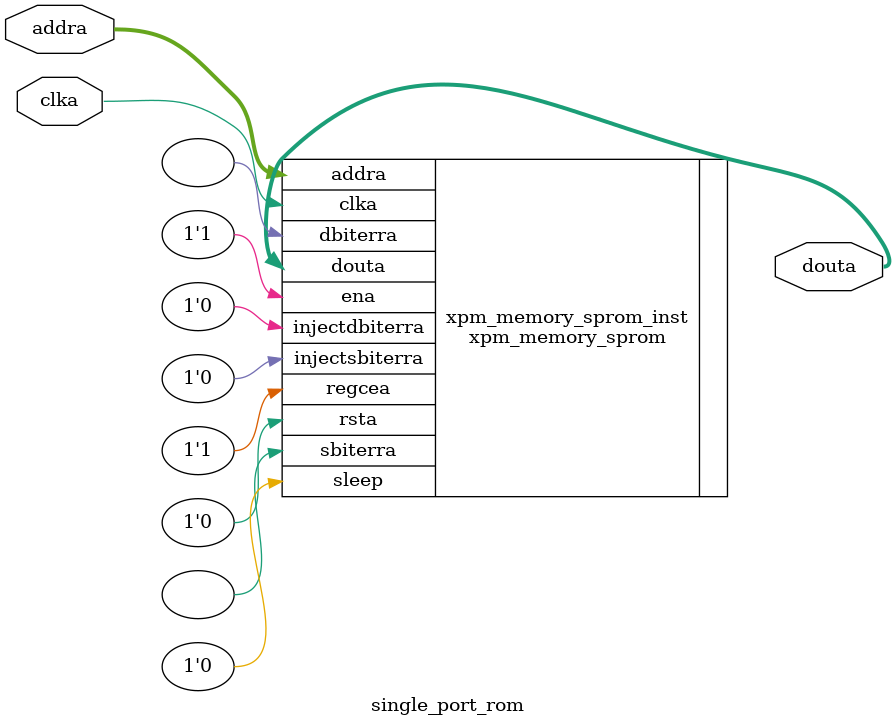
<source format=v>
/********************************************************************************
 *                                                                              *
 * Copyright (C) 2026 Robin Sergeant                                            *
 *                                                                              *
 * Single Port ROM module (simple wrapper for xpm_memory_sprom)                 *
 *                                                                              *
 ********************************************************************************/

`timescale 1ns / 1ps

module single_port_rom #(
  parameter DEPTH = 1024,
  parameter INIT_FILE = "none"
)(
  input clka,
  input [$clog2(DEPTH)-1:0] addra,
  output [7:0] douta
);

xpm_memory_sprom #(
  .ADDR_WIDTH_A($clog2(DEPTH)),  // DECIMAL
  .AUTO_SLEEP_TIME(0),           // DECIMAL
  .CASCADE_HEIGHT(0),            // DECIMAL
  .ECC_BIT_RANGE("7:0"),         // String
  .ECC_MODE("no_ecc"),           // String
  .ECC_TYPE("none"),             // String
  .IGNORE_INIT_SYNTH(0),         // DECIMAL
  .MEMORY_INIT_FILE(INIT_FILE),  // String
  .MEMORY_INIT_PARAM(""),        // String
  .MEMORY_OPTIMIZATION("true"),  // String
  .MEMORY_PRIMITIVE("auto"),     // String
  .MEMORY_SIZE(DEPTH * 8),       // DECIMAL
  .MESSAGE_CONTROL(0),           // DECIMAL
  .RAM_DECOMP("auto"),           // String
  .READ_DATA_WIDTH_A(8),         // DECIMAL
  .READ_LATENCY_A(1),            // DECIMAL
  .READ_RESET_VALUE_A("0"),      // String
  .RST_MODE_A("SYNC"),           // String
  .SIM_ASSERT_CHK(0),            // DECIMAL; 0=disable simulation messages, 1=enable simulation messages
  .USE_MEM_INIT(0),              // DECIMAL
  .USE_MEM_INIT_MMI(0),          // DECIMAL
  .WAKEUP_TIME("disable_sleep")  // String
)
xpm_memory_sprom_inst (
  .dbiterra(),                     // 1-bit output: Leave open.
  .douta(douta),                   // READ_DATA_WIDTH_A-bit output: Data output for port A read operations.
  .sbiterra(),                     // 1-bit output: Leave open.
  .addra(addra),                   // ADDR_WIDTH_A-bit input: Address for port A read operations.
  .clka(clka),                     // 1-bit input: Clock signal for port A.
  .ena(1'b1),                      // 1-bit input: Memory enable signal for port A. Must be high on clock cycles when read operations are
                                   // initiated. Pipelined internally.

  .injectdbiterra(1'b0),           // 1-bit input: Do not change from the provided value.
  .injectsbiterra(1'b0),           // 1-bit input: Do not change from the provided value.
  .regcea(1'b1),                   // 1-bit input: Do not change from the provided value.
  .rsta(1'b0),                     // 1-bit input: Reset signal for the final port A output register stage. Synchronously resets output port
                                   // douta to the value specified by parameter READ_RESET_VALUE_A.

  .sleep(1'b0)                     // 1-bit input: sleep signal to enable the dynamic power saving feature.
);

endmodule

</source>
